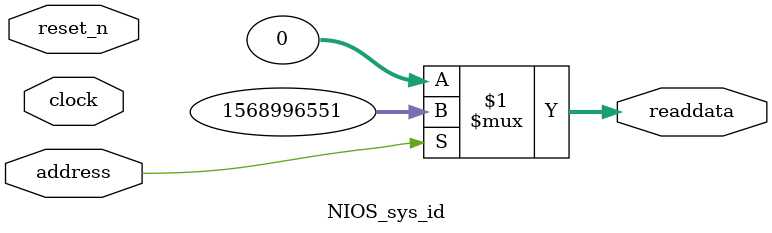
<source format=v>

`timescale 1ns / 1ps
// synthesis translate_on

// turn off superfluous verilog processor warnings 
// altera message_level Level1 
// altera message_off 10034 10035 10036 10037 10230 10240 10030 

module NIOS_sys_id (
               // inputs:
                address,
                clock,
                reset_n,

               // outputs:
                readdata
             )
;

  output  [ 31: 0] readdata;
  input            address;
  input            clock;
  input            reset_n;

  wire    [ 31: 0] readdata;
  //control_slave, which is an e_avalon_slave
  assign readdata = address ? 1568996551 : 0;

endmodule




</source>
